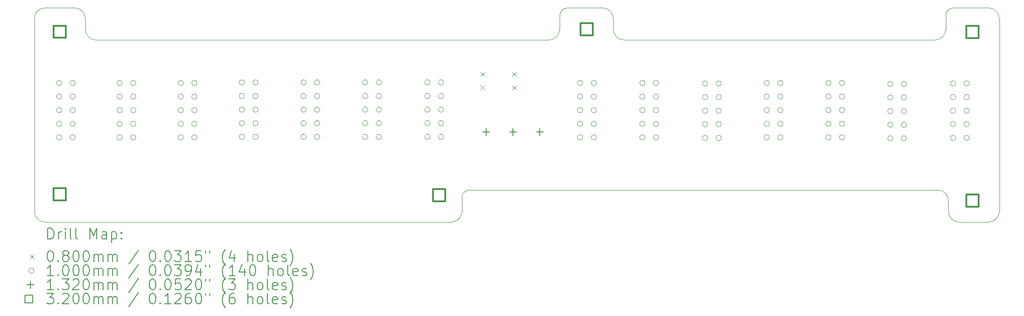
<source format=gbr>
%TF.GenerationSoftware,KiCad,Pcbnew,6.0.11+dfsg-1~bpo11+1*%
%TF.CreationDate,2023-04-21T11:36:44+08:00*%
%TF.ProjectId,EuroPowerBoard,4575726f-506f-4776-9572-426f6172642e,rev?*%
%TF.SameCoordinates,Original*%
%TF.FileFunction,Drillmap*%
%TF.FilePolarity,Positive*%
%FSLAX45Y45*%
G04 Gerber Fmt 4.5, Leading zero omitted, Abs format (unit mm)*
G04 Created by KiCad (PCBNEW 6.0.11+dfsg-1~bpo11+1) date 2023-04-21 11:36:44*
%MOMM*%
%LPD*%
G01*
G04 APERTURE LIST*
%ADD10C,0.100000*%
%ADD11C,0.200000*%
%ADD12C,0.080000*%
%ADD13C,0.132000*%
%ADD14C,0.320000*%
G04 APERTURE END LIST*
D10*
X13650000Y-4600000D02*
X14300000Y-4600000D01*
X4850000Y-5200000D02*
X13300000Y-5200000D01*
X3900000Y-4600000D02*
X4450000Y-4600000D01*
X4650000Y-5000000D02*
G75*
G03*
X4850000Y-5200000I200000J0D01*
G01*
X4650000Y-4800000D02*
X4650000Y-5000000D01*
X4650000Y-4800000D02*
G75*
G03*
X4450000Y-4600000I-200000J0D01*
G01*
X14500000Y-4800000D02*
X14500000Y-5000000D01*
X14500000Y-4800000D02*
G75*
G03*
X14300000Y-4600000I-200000J0D01*
G01*
X14500000Y-5000000D02*
G75*
G03*
X14700000Y-5200000I200000J0D01*
G01*
X20500000Y-5200000D02*
X14700000Y-5200000D01*
X20500000Y-5200000D02*
G75*
G03*
X20700000Y-5000000I0J200000D01*
G01*
X20850000Y-4600000D02*
G75*
G03*
X20700000Y-4750000I0J-150000D01*
G01*
X20700000Y-4750000D02*
X20700000Y-5000000D01*
X13300000Y-5200000D02*
G75*
G03*
X13500000Y-5000000I0J200000D01*
G01*
X13650000Y-4600000D02*
G75*
G03*
X13500000Y-4750000I0J-150000D01*
G01*
X13500000Y-4750000D02*
X13500000Y-5000000D01*
X21500000Y-8600000D02*
X20950000Y-8600000D01*
X20750000Y-8400000D02*
G75*
G03*
X20950000Y-8600000I200000J0D01*
G01*
X20750000Y-8200000D02*
G75*
G03*
X20550000Y-8000000I-200000J0D01*
G01*
X11475000Y-8600000D02*
G75*
G03*
X11675000Y-8400000I0J200000D01*
G01*
X11825000Y-8000000D02*
G75*
G03*
X11675000Y-8150000I0J-150000D01*
G01*
X20750000Y-8400000D02*
X20750000Y-8200000D01*
X11675000Y-8150000D02*
X11675000Y-8400000D01*
X11475000Y-8600000D02*
X11225000Y-8600000D01*
X20550000Y-8000000D02*
X11825000Y-8000000D01*
X21700000Y-4800000D02*
G75*
G03*
X21500000Y-4600000I-200000J0D01*
G01*
X21500000Y-8600000D02*
G75*
G03*
X21700000Y-8400000I0J200000D01*
G01*
X3700000Y-8400000D02*
G75*
G03*
X3900000Y-8600000I200000J0D01*
G01*
X3900000Y-4600000D02*
G75*
G03*
X3700000Y-4800000I0J-200000D01*
G01*
X3700000Y-8400000D02*
X3700000Y-4800000D01*
X11225000Y-8600000D02*
X3900000Y-8600000D01*
X21700000Y-4800000D02*
X21700000Y-8400000D01*
X20850000Y-4600000D02*
X21500000Y-4600000D01*
D11*
D12*
X12020500Y-5797045D02*
X12100500Y-5877045D01*
X12100500Y-5797045D02*
X12020500Y-5877045D01*
X12020500Y-6047045D02*
X12100500Y-6127045D01*
X12100500Y-6047045D02*
X12020500Y-6127045D01*
X12610500Y-5799489D02*
X12690500Y-5879489D01*
X12690500Y-5799489D02*
X12610500Y-5879489D01*
X12610500Y-6049489D02*
X12690500Y-6129489D01*
X12690500Y-6049489D02*
X12610500Y-6129489D01*
D10*
X4211250Y-6002000D02*
G75*
G03*
X4211250Y-6002000I-50000J0D01*
G01*
X4211250Y-6256000D02*
G75*
G03*
X4211250Y-6256000I-50000J0D01*
G01*
X4211250Y-6510000D02*
G75*
G03*
X4211250Y-6510000I-50000J0D01*
G01*
X4211250Y-6764000D02*
G75*
G03*
X4211250Y-6764000I-50000J0D01*
G01*
X4211250Y-7018000D02*
G75*
G03*
X4211250Y-7018000I-50000J0D01*
G01*
X4465250Y-6002000D02*
G75*
G03*
X4465250Y-6002000I-50000J0D01*
G01*
X4465250Y-6256000D02*
G75*
G03*
X4465250Y-6256000I-50000J0D01*
G01*
X4465250Y-6510000D02*
G75*
G03*
X4465250Y-6510000I-50000J0D01*
G01*
X4465250Y-6764000D02*
G75*
G03*
X4465250Y-6764000I-50000J0D01*
G01*
X4465250Y-7018000D02*
G75*
G03*
X4465250Y-7018000I-50000J0D01*
G01*
X5341250Y-6002000D02*
G75*
G03*
X5341250Y-6002000I-50000J0D01*
G01*
X5341250Y-6256000D02*
G75*
G03*
X5341250Y-6256000I-50000J0D01*
G01*
X5341250Y-6510000D02*
G75*
G03*
X5341250Y-6510000I-50000J0D01*
G01*
X5341250Y-6764000D02*
G75*
G03*
X5341250Y-6764000I-50000J0D01*
G01*
X5341250Y-7018000D02*
G75*
G03*
X5341250Y-7018000I-50000J0D01*
G01*
X5595250Y-6002000D02*
G75*
G03*
X5595250Y-6002000I-50000J0D01*
G01*
X5595250Y-6256000D02*
G75*
G03*
X5595250Y-6256000I-50000J0D01*
G01*
X5595250Y-6510000D02*
G75*
G03*
X5595250Y-6510000I-50000J0D01*
G01*
X5595250Y-6764000D02*
G75*
G03*
X5595250Y-6764000I-50000J0D01*
G01*
X5595250Y-7018000D02*
G75*
G03*
X5595250Y-7018000I-50000J0D01*
G01*
X6481250Y-6002000D02*
G75*
G03*
X6481250Y-6002000I-50000J0D01*
G01*
X6481250Y-6256000D02*
G75*
G03*
X6481250Y-6256000I-50000J0D01*
G01*
X6481250Y-6510000D02*
G75*
G03*
X6481250Y-6510000I-50000J0D01*
G01*
X6481250Y-6764000D02*
G75*
G03*
X6481250Y-6764000I-50000J0D01*
G01*
X6481250Y-7018000D02*
G75*
G03*
X6481250Y-7018000I-50000J0D01*
G01*
X6735250Y-6002000D02*
G75*
G03*
X6735250Y-6002000I-50000J0D01*
G01*
X6735250Y-6256000D02*
G75*
G03*
X6735250Y-6256000I-50000J0D01*
G01*
X6735250Y-6510000D02*
G75*
G03*
X6735250Y-6510000I-50000J0D01*
G01*
X6735250Y-6764000D02*
G75*
G03*
X6735250Y-6764000I-50000J0D01*
G01*
X6735250Y-7018000D02*
G75*
G03*
X6735250Y-7018000I-50000J0D01*
G01*
X7621250Y-5992000D02*
G75*
G03*
X7621250Y-5992000I-50000J0D01*
G01*
X7621250Y-6246000D02*
G75*
G03*
X7621250Y-6246000I-50000J0D01*
G01*
X7621250Y-6500000D02*
G75*
G03*
X7621250Y-6500000I-50000J0D01*
G01*
X7621250Y-6754000D02*
G75*
G03*
X7621250Y-6754000I-50000J0D01*
G01*
X7621250Y-7008000D02*
G75*
G03*
X7621250Y-7008000I-50000J0D01*
G01*
X7875250Y-5992000D02*
G75*
G03*
X7875250Y-5992000I-50000J0D01*
G01*
X7875250Y-6246000D02*
G75*
G03*
X7875250Y-6246000I-50000J0D01*
G01*
X7875250Y-6500000D02*
G75*
G03*
X7875250Y-6500000I-50000J0D01*
G01*
X7875250Y-6754000D02*
G75*
G03*
X7875250Y-6754000I-50000J0D01*
G01*
X7875250Y-7008000D02*
G75*
G03*
X7875250Y-7008000I-50000J0D01*
G01*
X8771250Y-5992000D02*
G75*
G03*
X8771250Y-5992000I-50000J0D01*
G01*
X8771250Y-6246000D02*
G75*
G03*
X8771250Y-6246000I-50000J0D01*
G01*
X8771250Y-6500000D02*
G75*
G03*
X8771250Y-6500000I-50000J0D01*
G01*
X8771250Y-6754000D02*
G75*
G03*
X8771250Y-6754000I-50000J0D01*
G01*
X8771250Y-7008000D02*
G75*
G03*
X8771250Y-7008000I-50000J0D01*
G01*
X9025250Y-5992000D02*
G75*
G03*
X9025250Y-5992000I-50000J0D01*
G01*
X9025250Y-6246000D02*
G75*
G03*
X9025250Y-6246000I-50000J0D01*
G01*
X9025250Y-6500000D02*
G75*
G03*
X9025250Y-6500000I-50000J0D01*
G01*
X9025250Y-6754000D02*
G75*
G03*
X9025250Y-6754000I-50000J0D01*
G01*
X9025250Y-7008000D02*
G75*
G03*
X9025250Y-7008000I-50000J0D01*
G01*
X9921250Y-5992000D02*
G75*
G03*
X9921250Y-5992000I-50000J0D01*
G01*
X9921250Y-6246000D02*
G75*
G03*
X9921250Y-6246000I-50000J0D01*
G01*
X9921250Y-6500000D02*
G75*
G03*
X9921250Y-6500000I-50000J0D01*
G01*
X9921250Y-6754000D02*
G75*
G03*
X9921250Y-6754000I-50000J0D01*
G01*
X9921250Y-7008000D02*
G75*
G03*
X9921250Y-7008000I-50000J0D01*
G01*
X10175250Y-5992000D02*
G75*
G03*
X10175250Y-5992000I-50000J0D01*
G01*
X10175250Y-6246000D02*
G75*
G03*
X10175250Y-6246000I-50000J0D01*
G01*
X10175250Y-6500000D02*
G75*
G03*
X10175250Y-6500000I-50000J0D01*
G01*
X10175250Y-6754000D02*
G75*
G03*
X10175250Y-6754000I-50000J0D01*
G01*
X10175250Y-7008000D02*
G75*
G03*
X10175250Y-7008000I-50000J0D01*
G01*
X11081250Y-5992000D02*
G75*
G03*
X11081250Y-5992000I-50000J0D01*
G01*
X11081250Y-6246000D02*
G75*
G03*
X11081250Y-6246000I-50000J0D01*
G01*
X11081250Y-6500000D02*
G75*
G03*
X11081250Y-6500000I-50000J0D01*
G01*
X11081250Y-6754000D02*
G75*
G03*
X11081250Y-6754000I-50000J0D01*
G01*
X11081250Y-7008000D02*
G75*
G03*
X11081250Y-7008000I-50000J0D01*
G01*
X11335250Y-5992000D02*
G75*
G03*
X11335250Y-5992000I-50000J0D01*
G01*
X11335250Y-6246000D02*
G75*
G03*
X11335250Y-6246000I-50000J0D01*
G01*
X11335250Y-6500000D02*
G75*
G03*
X11335250Y-6500000I-50000J0D01*
G01*
X11335250Y-6754000D02*
G75*
G03*
X11335250Y-6754000I-50000J0D01*
G01*
X11335250Y-7008000D02*
G75*
G03*
X11335250Y-7008000I-50000J0D01*
G01*
X13931250Y-6002000D02*
G75*
G03*
X13931250Y-6002000I-50000J0D01*
G01*
X13931250Y-6256000D02*
G75*
G03*
X13931250Y-6256000I-50000J0D01*
G01*
X13931250Y-6510000D02*
G75*
G03*
X13931250Y-6510000I-50000J0D01*
G01*
X13931250Y-6764000D02*
G75*
G03*
X13931250Y-6764000I-50000J0D01*
G01*
X13931250Y-7018000D02*
G75*
G03*
X13931250Y-7018000I-50000J0D01*
G01*
X14185250Y-6002000D02*
G75*
G03*
X14185250Y-6002000I-50000J0D01*
G01*
X14185250Y-6256000D02*
G75*
G03*
X14185250Y-6256000I-50000J0D01*
G01*
X14185250Y-6510000D02*
G75*
G03*
X14185250Y-6510000I-50000J0D01*
G01*
X14185250Y-6764000D02*
G75*
G03*
X14185250Y-6764000I-50000J0D01*
G01*
X14185250Y-7018000D02*
G75*
G03*
X14185250Y-7018000I-50000J0D01*
G01*
X15091250Y-6002000D02*
G75*
G03*
X15091250Y-6002000I-50000J0D01*
G01*
X15091250Y-6256000D02*
G75*
G03*
X15091250Y-6256000I-50000J0D01*
G01*
X15091250Y-6510000D02*
G75*
G03*
X15091250Y-6510000I-50000J0D01*
G01*
X15091250Y-6764000D02*
G75*
G03*
X15091250Y-6764000I-50000J0D01*
G01*
X15091250Y-7018000D02*
G75*
G03*
X15091250Y-7018000I-50000J0D01*
G01*
X15345250Y-6002000D02*
G75*
G03*
X15345250Y-6002000I-50000J0D01*
G01*
X15345250Y-6256000D02*
G75*
G03*
X15345250Y-6256000I-50000J0D01*
G01*
X15345250Y-6510000D02*
G75*
G03*
X15345250Y-6510000I-50000J0D01*
G01*
X15345250Y-6764000D02*
G75*
G03*
X15345250Y-6764000I-50000J0D01*
G01*
X15345250Y-7018000D02*
G75*
G03*
X15345250Y-7018000I-50000J0D01*
G01*
X16261250Y-6012000D02*
G75*
G03*
X16261250Y-6012000I-50000J0D01*
G01*
X16261250Y-6266000D02*
G75*
G03*
X16261250Y-6266000I-50000J0D01*
G01*
X16261250Y-6520000D02*
G75*
G03*
X16261250Y-6520000I-50000J0D01*
G01*
X16261250Y-6774000D02*
G75*
G03*
X16261250Y-6774000I-50000J0D01*
G01*
X16261250Y-7028000D02*
G75*
G03*
X16261250Y-7028000I-50000J0D01*
G01*
X16515250Y-6012000D02*
G75*
G03*
X16515250Y-6012000I-50000J0D01*
G01*
X16515250Y-6266000D02*
G75*
G03*
X16515250Y-6266000I-50000J0D01*
G01*
X16515250Y-6520000D02*
G75*
G03*
X16515250Y-6520000I-50000J0D01*
G01*
X16515250Y-6774000D02*
G75*
G03*
X16515250Y-6774000I-50000J0D01*
G01*
X16515250Y-7028000D02*
G75*
G03*
X16515250Y-7028000I-50000J0D01*
G01*
X17411250Y-6002000D02*
G75*
G03*
X17411250Y-6002000I-50000J0D01*
G01*
X17411250Y-6256000D02*
G75*
G03*
X17411250Y-6256000I-50000J0D01*
G01*
X17411250Y-6510000D02*
G75*
G03*
X17411250Y-6510000I-50000J0D01*
G01*
X17411250Y-6764000D02*
G75*
G03*
X17411250Y-6764000I-50000J0D01*
G01*
X17411250Y-7018000D02*
G75*
G03*
X17411250Y-7018000I-50000J0D01*
G01*
X17665250Y-6002000D02*
G75*
G03*
X17665250Y-6002000I-50000J0D01*
G01*
X17665250Y-6256000D02*
G75*
G03*
X17665250Y-6256000I-50000J0D01*
G01*
X17665250Y-6510000D02*
G75*
G03*
X17665250Y-6510000I-50000J0D01*
G01*
X17665250Y-6764000D02*
G75*
G03*
X17665250Y-6764000I-50000J0D01*
G01*
X17665250Y-7018000D02*
G75*
G03*
X17665250Y-7018000I-50000J0D01*
G01*
X18561250Y-6002000D02*
G75*
G03*
X18561250Y-6002000I-50000J0D01*
G01*
X18561250Y-6256000D02*
G75*
G03*
X18561250Y-6256000I-50000J0D01*
G01*
X18561250Y-6510000D02*
G75*
G03*
X18561250Y-6510000I-50000J0D01*
G01*
X18561250Y-6764000D02*
G75*
G03*
X18561250Y-6764000I-50000J0D01*
G01*
X18561250Y-7018000D02*
G75*
G03*
X18561250Y-7018000I-50000J0D01*
G01*
X18815250Y-6002000D02*
G75*
G03*
X18815250Y-6002000I-50000J0D01*
G01*
X18815250Y-6256000D02*
G75*
G03*
X18815250Y-6256000I-50000J0D01*
G01*
X18815250Y-6510000D02*
G75*
G03*
X18815250Y-6510000I-50000J0D01*
G01*
X18815250Y-6764000D02*
G75*
G03*
X18815250Y-6764000I-50000J0D01*
G01*
X18815250Y-7018000D02*
G75*
G03*
X18815250Y-7018000I-50000J0D01*
G01*
X19716500Y-6020000D02*
G75*
G03*
X19716500Y-6020000I-50000J0D01*
G01*
X19716500Y-6274000D02*
G75*
G03*
X19716500Y-6274000I-50000J0D01*
G01*
X19716500Y-6528000D02*
G75*
G03*
X19716500Y-6528000I-50000J0D01*
G01*
X19716500Y-6782000D02*
G75*
G03*
X19716500Y-6782000I-50000J0D01*
G01*
X19716500Y-7036000D02*
G75*
G03*
X19716500Y-7036000I-50000J0D01*
G01*
X19970500Y-6020000D02*
G75*
G03*
X19970500Y-6020000I-50000J0D01*
G01*
X19970500Y-6274000D02*
G75*
G03*
X19970500Y-6274000I-50000J0D01*
G01*
X19970500Y-6528000D02*
G75*
G03*
X19970500Y-6528000I-50000J0D01*
G01*
X19970500Y-6782000D02*
G75*
G03*
X19970500Y-6782000I-50000J0D01*
G01*
X19970500Y-7036000D02*
G75*
G03*
X19970500Y-7036000I-50000J0D01*
G01*
X20886500Y-6010000D02*
G75*
G03*
X20886500Y-6010000I-50000J0D01*
G01*
X20886500Y-6264000D02*
G75*
G03*
X20886500Y-6264000I-50000J0D01*
G01*
X20886500Y-6518000D02*
G75*
G03*
X20886500Y-6518000I-50000J0D01*
G01*
X20886500Y-6772000D02*
G75*
G03*
X20886500Y-6772000I-50000J0D01*
G01*
X20886500Y-7026000D02*
G75*
G03*
X20886500Y-7026000I-50000J0D01*
G01*
X21140500Y-6010000D02*
G75*
G03*
X21140500Y-6010000I-50000J0D01*
G01*
X21140500Y-6264000D02*
G75*
G03*
X21140500Y-6264000I-50000J0D01*
G01*
X21140500Y-6518000D02*
G75*
G03*
X21140500Y-6518000I-50000J0D01*
G01*
X21140500Y-6772000D02*
G75*
G03*
X21140500Y-6772000I-50000J0D01*
G01*
X21140500Y-7026000D02*
G75*
G03*
X21140500Y-7026000I-50000J0D01*
G01*
D13*
X12130000Y-6853000D02*
X12130000Y-6985000D01*
X12064000Y-6919000D02*
X12196000Y-6919000D01*
X12630000Y-6853000D02*
X12630000Y-6985000D01*
X12564000Y-6919000D02*
X12696000Y-6919000D01*
X13130000Y-6853000D02*
X13130000Y-6985000D01*
X13064000Y-6919000D02*
X13196000Y-6919000D01*
D14*
X4288138Y-5158138D02*
X4288138Y-4931862D01*
X4061862Y-4931862D01*
X4061862Y-5158138D01*
X4288138Y-5158138D01*
X4288138Y-8193138D02*
X4288138Y-7966862D01*
X4061862Y-7966862D01*
X4061862Y-8193138D01*
X4288138Y-8193138D01*
X11363138Y-8213138D02*
X11363138Y-7986862D01*
X11136862Y-7986862D01*
X11136862Y-8213138D01*
X11363138Y-8213138D01*
X14113138Y-5113138D02*
X14113138Y-4886862D01*
X13886862Y-4886862D01*
X13886862Y-5113138D01*
X14113138Y-5113138D01*
X21313138Y-5163138D02*
X21313138Y-4936862D01*
X21086862Y-4936862D01*
X21086862Y-5163138D01*
X21313138Y-5163138D01*
X21313138Y-8313138D02*
X21313138Y-8086862D01*
X21086862Y-8086862D01*
X21086862Y-8313138D01*
X21313138Y-8313138D01*
D11*
X3952619Y-8915476D02*
X3952619Y-8715476D01*
X4000238Y-8715476D01*
X4028809Y-8725000D01*
X4047857Y-8744048D01*
X4057381Y-8763095D01*
X4066905Y-8801190D01*
X4066905Y-8829762D01*
X4057381Y-8867857D01*
X4047857Y-8886905D01*
X4028809Y-8905952D01*
X4000238Y-8915476D01*
X3952619Y-8915476D01*
X4152619Y-8915476D02*
X4152619Y-8782143D01*
X4152619Y-8820238D02*
X4162143Y-8801190D01*
X4171667Y-8791667D01*
X4190714Y-8782143D01*
X4209762Y-8782143D01*
X4276429Y-8915476D02*
X4276429Y-8782143D01*
X4276429Y-8715476D02*
X4266905Y-8725000D01*
X4276429Y-8734524D01*
X4285952Y-8725000D01*
X4276429Y-8715476D01*
X4276429Y-8734524D01*
X4400238Y-8915476D02*
X4381190Y-8905952D01*
X4371667Y-8886905D01*
X4371667Y-8715476D01*
X4505000Y-8915476D02*
X4485952Y-8905952D01*
X4476429Y-8886905D01*
X4476429Y-8715476D01*
X4733571Y-8915476D02*
X4733571Y-8715476D01*
X4800238Y-8858333D01*
X4866905Y-8715476D01*
X4866905Y-8915476D01*
X5047857Y-8915476D02*
X5047857Y-8810714D01*
X5038333Y-8791667D01*
X5019286Y-8782143D01*
X4981190Y-8782143D01*
X4962143Y-8791667D01*
X5047857Y-8905952D02*
X5028810Y-8915476D01*
X4981190Y-8915476D01*
X4962143Y-8905952D01*
X4952619Y-8886905D01*
X4952619Y-8867857D01*
X4962143Y-8848810D01*
X4981190Y-8839286D01*
X5028810Y-8839286D01*
X5047857Y-8829762D01*
X5143095Y-8782143D02*
X5143095Y-8982143D01*
X5143095Y-8791667D02*
X5162143Y-8782143D01*
X5200238Y-8782143D01*
X5219286Y-8791667D01*
X5228810Y-8801190D01*
X5238333Y-8820238D01*
X5238333Y-8877381D01*
X5228810Y-8896429D01*
X5219286Y-8905952D01*
X5200238Y-8915476D01*
X5162143Y-8915476D01*
X5143095Y-8905952D01*
X5324048Y-8896429D02*
X5333571Y-8905952D01*
X5324048Y-8915476D01*
X5314524Y-8905952D01*
X5324048Y-8896429D01*
X5324048Y-8915476D01*
X5324048Y-8791667D02*
X5333571Y-8801190D01*
X5324048Y-8810714D01*
X5314524Y-8801190D01*
X5324048Y-8791667D01*
X5324048Y-8810714D01*
D12*
X3615000Y-9205000D02*
X3695000Y-9285000D01*
X3695000Y-9205000D02*
X3615000Y-9285000D01*
D11*
X3990714Y-9135476D02*
X4009762Y-9135476D01*
X4028809Y-9145000D01*
X4038333Y-9154524D01*
X4047857Y-9173571D01*
X4057381Y-9211667D01*
X4057381Y-9259286D01*
X4047857Y-9297381D01*
X4038333Y-9316429D01*
X4028809Y-9325952D01*
X4009762Y-9335476D01*
X3990714Y-9335476D01*
X3971667Y-9325952D01*
X3962143Y-9316429D01*
X3952619Y-9297381D01*
X3943095Y-9259286D01*
X3943095Y-9211667D01*
X3952619Y-9173571D01*
X3962143Y-9154524D01*
X3971667Y-9145000D01*
X3990714Y-9135476D01*
X4143095Y-9316429D02*
X4152619Y-9325952D01*
X4143095Y-9335476D01*
X4133571Y-9325952D01*
X4143095Y-9316429D01*
X4143095Y-9335476D01*
X4266905Y-9221190D02*
X4247857Y-9211667D01*
X4238333Y-9202143D01*
X4228810Y-9183095D01*
X4228810Y-9173571D01*
X4238333Y-9154524D01*
X4247857Y-9145000D01*
X4266905Y-9135476D01*
X4305000Y-9135476D01*
X4324048Y-9145000D01*
X4333571Y-9154524D01*
X4343095Y-9173571D01*
X4343095Y-9183095D01*
X4333571Y-9202143D01*
X4324048Y-9211667D01*
X4305000Y-9221190D01*
X4266905Y-9221190D01*
X4247857Y-9230714D01*
X4238333Y-9240238D01*
X4228810Y-9259286D01*
X4228810Y-9297381D01*
X4238333Y-9316429D01*
X4247857Y-9325952D01*
X4266905Y-9335476D01*
X4305000Y-9335476D01*
X4324048Y-9325952D01*
X4333571Y-9316429D01*
X4343095Y-9297381D01*
X4343095Y-9259286D01*
X4333571Y-9240238D01*
X4324048Y-9230714D01*
X4305000Y-9221190D01*
X4466905Y-9135476D02*
X4485952Y-9135476D01*
X4505000Y-9145000D01*
X4514524Y-9154524D01*
X4524048Y-9173571D01*
X4533571Y-9211667D01*
X4533571Y-9259286D01*
X4524048Y-9297381D01*
X4514524Y-9316429D01*
X4505000Y-9325952D01*
X4485952Y-9335476D01*
X4466905Y-9335476D01*
X4447857Y-9325952D01*
X4438333Y-9316429D01*
X4428810Y-9297381D01*
X4419286Y-9259286D01*
X4419286Y-9211667D01*
X4428810Y-9173571D01*
X4438333Y-9154524D01*
X4447857Y-9145000D01*
X4466905Y-9135476D01*
X4657381Y-9135476D02*
X4676429Y-9135476D01*
X4695476Y-9145000D01*
X4705000Y-9154524D01*
X4714524Y-9173571D01*
X4724048Y-9211667D01*
X4724048Y-9259286D01*
X4714524Y-9297381D01*
X4705000Y-9316429D01*
X4695476Y-9325952D01*
X4676429Y-9335476D01*
X4657381Y-9335476D01*
X4638333Y-9325952D01*
X4628810Y-9316429D01*
X4619286Y-9297381D01*
X4609762Y-9259286D01*
X4609762Y-9211667D01*
X4619286Y-9173571D01*
X4628810Y-9154524D01*
X4638333Y-9145000D01*
X4657381Y-9135476D01*
X4809762Y-9335476D02*
X4809762Y-9202143D01*
X4809762Y-9221190D02*
X4819286Y-9211667D01*
X4838333Y-9202143D01*
X4866905Y-9202143D01*
X4885952Y-9211667D01*
X4895476Y-9230714D01*
X4895476Y-9335476D01*
X4895476Y-9230714D02*
X4905000Y-9211667D01*
X4924048Y-9202143D01*
X4952619Y-9202143D01*
X4971667Y-9211667D01*
X4981190Y-9230714D01*
X4981190Y-9335476D01*
X5076429Y-9335476D02*
X5076429Y-9202143D01*
X5076429Y-9221190D02*
X5085952Y-9211667D01*
X5105000Y-9202143D01*
X5133571Y-9202143D01*
X5152619Y-9211667D01*
X5162143Y-9230714D01*
X5162143Y-9335476D01*
X5162143Y-9230714D02*
X5171667Y-9211667D01*
X5190714Y-9202143D01*
X5219286Y-9202143D01*
X5238333Y-9211667D01*
X5247857Y-9230714D01*
X5247857Y-9335476D01*
X5638333Y-9125952D02*
X5466905Y-9383095D01*
X5895476Y-9135476D02*
X5914524Y-9135476D01*
X5933571Y-9145000D01*
X5943095Y-9154524D01*
X5952619Y-9173571D01*
X5962143Y-9211667D01*
X5962143Y-9259286D01*
X5952619Y-9297381D01*
X5943095Y-9316429D01*
X5933571Y-9325952D01*
X5914524Y-9335476D01*
X5895476Y-9335476D01*
X5876428Y-9325952D01*
X5866905Y-9316429D01*
X5857381Y-9297381D01*
X5847857Y-9259286D01*
X5847857Y-9211667D01*
X5857381Y-9173571D01*
X5866905Y-9154524D01*
X5876428Y-9145000D01*
X5895476Y-9135476D01*
X6047857Y-9316429D02*
X6057381Y-9325952D01*
X6047857Y-9335476D01*
X6038333Y-9325952D01*
X6047857Y-9316429D01*
X6047857Y-9335476D01*
X6181190Y-9135476D02*
X6200238Y-9135476D01*
X6219286Y-9145000D01*
X6228809Y-9154524D01*
X6238333Y-9173571D01*
X6247857Y-9211667D01*
X6247857Y-9259286D01*
X6238333Y-9297381D01*
X6228809Y-9316429D01*
X6219286Y-9325952D01*
X6200238Y-9335476D01*
X6181190Y-9335476D01*
X6162143Y-9325952D01*
X6152619Y-9316429D01*
X6143095Y-9297381D01*
X6133571Y-9259286D01*
X6133571Y-9211667D01*
X6143095Y-9173571D01*
X6152619Y-9154524D01*
X6162143Y-9145000D01*
X6181190Y-9135476D01*
X6314524Y-9135476D02*
X6438333Y-9135476D01*
X6371667Y-9211667D01*
X6400238Y-9211667D01*
X6419286Y-9221190D01*
X6428809Y-9230714D01*
X6438333Y-9249762D01*
X6438333Y-9297381D01*
X6428809Y-9316429D01*
X6419286Y-9325952D01*
X6400238Y-9335476D01*
X6343095Y-9335476D01*
X6324048Y-9325952D01*
X6314524Y-9316429D01*
X6628809Y-9335476D02*
X6514524Y-9335476D01*
X6571667Y-9335476D02*
X6571667Y-9135476D01*
X6552619Y-9164048D01*
X6533571Y-9183095D01*
X6514524Y-9192619D01*
X6809762Y-9135476D02*
X6714524Y-9135476D01*
X6705000Y-9230714D01*
X6714524Y-9221190D01*
X6733571Y-9211667D01*
X6781190Y-9211667D01*
X6800238Y-9221190D01*
X6809762Y-9230714D01*
X6819286Y-9249762D01*
X6819286Y-9297381D01*
X6809762Y-9316429D01*
X6800238Y-9325952D01*
X6781190Y-9335476D01*
X6733571Y-9335476D01*
X6714524Y-9325952D01*
X6705000Y-9316429D01*
X6895476Y-9135476D02*
X6895476Y-9173571D01*
X6971667Y-9135476D02*
X6971667Y-9173571D01*
X7266905Y-9411667D02*
X7257381Y-9402143D01*
X7238333Y-9373571D01*
X7228809Y-9354524D01*
X7219286Y-9325952D01*
X7209762Y-9278333D01*
X7209762Y-9240238D01*
X7219286Y-9192619D01*
X7228809Y-9164048D01*
X7238333Y-9145000D01*
X7257381Y-9116429D01*
X7266905Y-9106905D01*
X7428809Y-9202143D02*
X7428809Y-9335476D01*
X7381190Y-9125952D02*
X7333571Y-9268810D01*
X7457381Y-9268810D01*
X7685952Y-9335476D02*
X7685952Y-9135476D01*
X7771667Y-9335476D02*
X7771667Y-9230714D01*
X7762143Y-9211667D01*
X7743095Y-9202143D01*
X7714524Y-9202143D01*
X7695476Y-9211667D01*
X7685952Y-9221190D01*
X7895476Y-9335476D02*
X7876428Y-9325952D01*
X7866905Y-9316429D01*
X7857381Y-9297381D01*
X7857381Y-9240238D01*
X7866905Y-9221190D01*
X7876428Y-9211667D01*
X7895476Y-9202143D01*
X7924048Y-9202143D01*
X7943095Y-9211667D01*
X7952619Y-9221190D01*
X7962143Y-9240238D01*
X7962143Y-9297381D01*
X7952619Y-9316429D01*
X7943095Y-9325952D01*
X7924048Y-9335476D01*
X7895476Y-9335476D01*
X8076428Y-9335476D02*
X8057381Y-9325952D01*
X8047857Y-9306905D01*
X8047857Y-9135476D01*
X8228809Y-9325952D02*
X8209762Y-9335476D01*
X8171667Y-9335476D01*
X8152619Y-9325952D01*
X8143095Y-9306905D01*
X8143095Y-9230714D01*
X8152619Y-9211667D01*
X8171667Y-9202143D01*
X8209762Y-9202143D01*
X8228809Y-9211667D01*
X8238333Y-9230714D01*
X8238333Y-9249762D01*
X8143095Y-9268810D01*
X8314524Y-9325952D02*
X8333571Y-9335476D01*
X8371667Y-9335476D01*
X8390714Y-9325952D01*
X8400238Y-9306905D01*
X8400238Y-9297381D01*
X8390714Y-9278333D01*
X8371667Y-9268810D01*
X8343095Y-9268810D01*
X8324048Y-9259286D01*
X8314524Y-9240238D01*
X8314524Y-9230714D01*
X8324048Y-9211667D01*
X8343095Y-9202143D01*
X8371667Y-9202143D01*
X8390714Y-9211667D01*
X8466905Y-9411667D02*
X8476429Y-9402143D01*
X8495476Y-9373571D01*
X8505000Y-9354524D01*
X8514524Y-9325952D01*
X8524048Y-9278333D01*
X8524048Y-9240238D01*
X8514524Y-9192619D01*
X8505000Y-9164048D01*
X8495476Y-9145000D01*
X8476429Y-9116429D01*
X8466905Y-9106905D01*
D10*
X3695000Y-9509000D02*
G75*
G03*
X3695000Y-9509000I-50000J0D01*
G01*
D11*
X4057381Y-9599476D02*
X3943095Y-9599476D01*
X4000238Y-9599476D02*
X4000238Y-9399476D01*
X3981190Y-9428048D01*
X3962143Y-9447095D01*
X3943095Y-9456619D01*
X4143095Y-9580429D02*
X4152619Y-9589952D01*
X4143095Y-9599476D01*
X4133571Y-9589952D01*
X4143095Y-9580429D01*
X4143095Y-9599476D01*
X4276429Y-9399476D02*
X4295476Y-9399476D01*
X4314524Y-9409000D01*
X4324048Y-9418524D01*
X4333571Y-9437571D01*
X4343095Y-9475667D01*
X4343095Y-9523286D01*
X4333571Y-9561381D01*
X4324048Y-9580429D01*
X4314524Y-9589952D01*
X4295476Y-9599476D01*
X4276429Y-9599476D01*
X4257381Y-9589952D01*
X4247857Y-9580429D01*
X4238333Y-9561381D01*
X4228810Y-9523286D01*
X4228810Y-9475667D01*
X4238333Y-9437571D01*
X4247857Y-9418524D01*
X4257381Y-9409000D01*
X4276429Y-9399476D01*
X4466905Y-9399476D02*
X4485952Y-9399476D01*
X4505000Y-9409000D01*
X4514524Y-9418524D01*
X4524048Y-9437571D01*
X4533571Y-9475667D01*
X4533571Y-9523286D01*
X4524048Y-9561381D01*
X4514524Y-9580429D01*
X4505000Y-9589952D01*
X4485952Y-9599476D01*
X4466905Y-9599476D01*
X4447857Y-9589952D01*
X4438333Y-9580429D01*
X4428810Y-9561381D01*
X4419286Y-9523286D01*
X4419286Y-9475667D01*
X4428810Y-9437571D01*
X4438333Y-9418524D01*
X4447857Y-9409000D01*
X4466905Y-9399476D01*
X4657381Y-9399476D02*
X4676429Y-9399476D01*
X4695476Y-9409000D01*
X4705000Y-9418524D01*
X4714524Y-9437571D01*
X4724048Y-9475667D01*
X4724048Y-9523286D01*
X4714524Y-9561381D01*
X4705000Y-9580429D01*
X4695476Y-9589952D01*
X4676429Y-9599476D01*
X4657381Y-9599476D01*
X4638333Y-9589952D01*
X4628810Y-9580429D01*
X4619286Y-9561381D01*
X4609762Y-9523286D01*
X4609762Y-9475667D01*
X4619286Y-9437571D01*
X4628810Y-9418524D01*
X4638333Y-9409000D01*
X4657381Y-9399476D01*
X4809762Y-9599476D02*
X4809762Y-9466143D01*
X4809762Y-9485190D02*
X4819286Y-9475667D01*
X4838333Y-9466143D01*
X4866905Y-9466143D01*
X4885952Y-9475667D01*
X4895476Y-9494714D01*
X4895476Y-9599476D01*
X4895476Y-9494714D02*
X4905000Y-9475667D01*
X4924048Y-9466143D01*
X4952619Y-9466143D01*
X4971667Y-9475667D01*
X4981190Y-9494714D01*
X4981190Y-9599476D01*
X5076429Y-9599476D02*
X5076429Y-9466143D01*
X5076429Y-9485190D02*
X5085952Y-9475667D01*
X5105000Y-9466143D01*
X5133571Y-9466143D01*
X5152619Y-9475667D01*
X5162143Y-9494714D01*
X5162143Y-9599476D01*
X5162143Y-9494714D02*
X5171667Y-9475667D01*
X5190714Y-9466143D01*
X5219286Y-9466143D01*
X5238333Y-9475667D01*
X5247857Y-9494714D01*
X5247857Y-9599476D01*
X5638333Y-9389952D02*
X5466905Y-9647095D01*
X5895476Y-9399476D02*
X5914524Y-9399476D01*
X5933571Y-9409000D01*
X5943095Y-9418524D01*
X5952619Y-9437571D01*
X5962143Y-9475667D01*
X5962143Y-9523286D01*
X5952619Y-9561381D01*
X5943095Y-9580429D01*
X5933571Y-9589952D01*
X5914524Y-9599476D01*
X5895476Y-9599476D01*
X5876428Y-9589952D01*
X5866905Y-9580429D01*
X5857381Y-9561381D01*
X5847857Y-9523286D01*
X5847857Y-9475667D01*
X5857381Y-9437571D01*
X5866905Y-9418524D01*
X5876428Y-9409000D01*
X5895476Y-9399476D01*
X6047857Y-9580429D02*
X6057381Y-9589952D01*
X6047857Y-9599476D01*
X6038333Y-9589952D01*
X6047857Y-9580429D01*
X6047857Y-9599476D01*
X6181190Y-9399476D02*
X6200238Y-9399476D01*
X6219286Y-9409000D01*
X6228809Y-9418524D01*
X6238333Y-9437571D01*
X6247857Y-9475667D01*
X6247857Y-9523286D01*
X6238333Y-9561381D01*
X6228809Y-9580429D01*
X6219286Y-9589952D01*
X6200238Y-9599476D01*
X6181190Y-9599476D01*
X6162143Y-9589952D01*
X6152619Y-9580429D01*
X6143095Y-9561381D01*
X6133571Y-9523286D01*
X6133571Y-9475667D01*
X6143095Y-9437571D01*
X6152619Y-9418524D01*
X6162143Y-9409000D01*
X6181190Y-9399476D01*
X6314524Y-9399476D02*
X6438333Y-9399476D01*
X6371667Y-9475667D01*
X6400238Y-9475667D01*
X6419286Y-9485190D01*
X6428809Y-9494714D01*
X6438333Y-9513762D01*
X6438333Y-9561381D01*
X6428809Y-9580429D01*
X6419286Y-9589952D01*
X6400238Y-9599476D01*
X6343095Y-9599476D01*
X6324048Y-9589952D01*
X6314524Y-9580429D01*
X6533571Y-9599476D02*
X6571667Y-9599476D01*
X6590714Y-9589952D01*
X6600238Y-9580429D01*
X6619286Y-9551857D01*
X6628809Y-9513762D01*
X6628809Y-9437571D01*
X6619286Y-9418524D01*
X6609762Y-9409000D01*
X6590714Y-9399476D01*
X6552619Y-9399476D01*
X6533571Y-9409000D01*
X6524048Y-9418524D01*
X6514524Y-9437571D01*
X6514524Y-9485190D01*
X6524048Y-9504238D01*
X6533571Y-9513762D01*
X6552619Y-9523286D01*
X6590714Y-9523286D01*
X6609762Y-9513762D01*
X6619286Y-9504238D01*
X6628809Y-9485190D01*
X6800238Y-9466143D02*
X6800238Y-9599476D01*
X6752619Y-9389952D02*
X6705000Y-9532810D01*
X6828809Y-9532810D01*
X6895476Y-9399476D02*
X6895476Y-9437571D01*
X6971667Y-9399476D02*
X6971667Y-9437571D01*
X7266905Y-9675667D02*
X7257381Y-9666143D01*
X7238333Y-9637571D01*
X7228809Y-9618524D01*
X7219286Y-9589952D01*
X7209762Y-9542333D01*
X7209762Y-9504238D01*
X7219286Y-9456619D01*
X7228809Y-9428048D01*
X7238333Y-9409000D01*
X7257381Y-9380429D01*
X7266905Y-9370905D01*
X7447857Y-9599476D02*
X7333571Y-9599476D01*
X7390714Y-9599476D02*
X7390714Y-9399476D01*
X7371667Y-9428048D01*
X7352619Y-9447095D01*
X7333571Y-9456619D01*
X7619286Y-9466143D02*
X7619286Y-9599476D01*
X7571667Y-9389952D02*
X7524048Y-9532810D01*
X7647857Y-9532810D01*
X7762143Y-9399476D02*
X7781190Y-9399476D01*
X7800238Y-9409000D01*
X7809762Y-9418524D01*
X7819286Y-9437571D01*
X7828809Y-9475667D01*
X7828809Y-9523286D01*
X7819286Y-9561381D01*
X7809762Y-9580429D01*
X7800238Y-9589952D01*
X7781190Y-9599476D01*
X7762143Y-9599476D01*
X7743095Y-9589952D01*
X7733571Y-9580429D01*
X7724048Y-9561381D01*
X7714524Y-9523286D01*
X7714524Y-9475667D01*
X7724048Y-9437571D01*
X7733571Y-9418524D01*
X7743095Y-9409000D01*
X7762143Y-9399476D01*
X8066905Y-9599476D02*
X8066905Y-9399476D01*
X8152619Y-9599476D02*
X8152619Y-9494714D01*
X8143095Y-9475667D01*
X8124048Y-9466143D01*
X8095476Y-9466143D01*
X8076428Y-9475667D01*
X8066905Y-9485190D01*
X8276428Y-9599476D02*
X8257381Y-9589952D01*
X8247857Y-9580429D01*
X8238333Y-9561381D01*
X8238333Y-9504238D01*
X8247857Y-9485190D01*
X8257381Y-9475667D01*
X8276428Y-9466143D01*
X8305000Y-9466143D01*
X8324048Y-9475667D01*
X8333571Y-9485190D01*
X8343095Y-9504238D01*
X8343095Y-9561381D01*
X8333571Y-9580429D01*
X8324048Y-9589952D01*
X8305000Y-9599476D01*
X8276428Y-9599476D01*
X8457381Y-9599476D02*
X8438333Y-9589952D01*
X8428810Y-9570905D01*
X8428810Y-9399476D01*
X8609762Y-9589952D02*
X8590714Y-9599476D01*
X8552619Y-9599476D01*
X8533571Y-9589952D01*
X8524048Y-9570905D01*
X8524048Y-9494714D01*
X8533571Y-9475667D01*
X8552619Y-9466143D01*
X8590714Y-9466143D01*
X8609762Y-9475667D01*
X8619286Y-9494714D01*
X8619286Y-9513762D01*
X8524048Y-9532810D01*
X8695476Y-9589952D02*
X8714524Y-9599476D01*
X8752619Y-9599476D01*
X8771667Y-9589952D01*
X8781190Y-9570905D01*
X8781190Y-9561381D01*
X8771667Y-9542333D01*
X8752619Y-9532810D01*
X8724048Y-9532810D01*
X8705000Y-9523286D01*
X8695476Y-9504238D01*
X8695476Y-9494714D01*
X8705000Y-9475667D01*
X8724048Y-9466143D01*
X8752619Y-9466143D01*
X8771667Y-9475667D01*
X8847857Y-9675667D02*
X8857381Y-9666143D01*
X8876429Y-9637571D01*
X8885952Y-9618524D01*
X8895476Y-9589952D01*
X8905000Y-9542333D01*
X8905000Y-9504238D01*
X8895476Y-9456619D01*
X8885952Y-9428048D01*
X8876429Y-9409000D01*
X8857381Y-9380429D01*
X8847857Y-9370905D01*
D13*
X3629000Y-9707000D02*
X3629000Y-9839000D01*
X3563000Y-9773000D02*
X3695000Y-9773000D01*
D11*
X4057381Y-9863476D02*
X3943095Y-9863476D01*
X4000238Y-9863476D02*
X4000238Y-9663476D01*
X3981190Y-9692048D01*
X3962143Y-9711095D01*
X3943095Y-9720619D01*
X4143095Y-9844429D02*
X4152619Y-9853952D01*
X4143095Y-9863476D01*
X4133571Y-9853952D01*
X4143095Y-9844429D01*
X4143095Y-9863476D01*
X4219286Y-9663476D02*
X4343095Y-9663476D01*
X4276429Y-9739667D01*
X4305000Y-9739667D01*
X4324048Y-9749190D01*
X4333571Y-9758714D01*
X4343095Y-9777762D01*
X4343095Y-9825381D01*
X4333571Y-9844429D01*
X4324048Y-9853952D01*
X4305000Y-9863476D01*
X4247857Y-9863476D01*
X4228810Y-9853952D01*
X4219286Y-9844429D01*
X4419286Y-9682524D02*
X4428810Y-9673000D01*
X4447857Y-9663476D01*
X4495476Y-9663476D01*
X4514524Y-9673000D01*
X4524048Y-9682524D01*
X4533571Y-9701571D01*
X4533571Y-9720619D01*
X4524048Y-9749190D01*
X4409762Y-9863476D01*
X4533571Y-9863476D01*
X4657381Y-9663476D02*
X4676429Y-9663476D01*
X4695476Y-9673000D01*
X4705000Y-9682524D01*
X4714524Y-9701571D01*
X4724048Y-9739667D01*
X4724048Y-9787286D01*
X4714524Y-9825381D01*
X4705000Y-9844429D01*
X4695476Y-9853952D01*
X4676429Y-9863476D01*
X4657381Y-9863476D01*
X4638333Y-9853952D01*
X4628810Y-9844429D01*
X4619286Y-9825381D01*
X4609762Y-9787286D01*
X4609762Y-9739667D01*
X4619286Y-9701571D01*
X4628810Y-9682524D01*
X4638333Y-9673000D01*
X4657381Y-9663476D01*
X4809762Y-9863476D02*
X4809762Y-9730143D01*
X4809762Y-9749190D02*
X4819286Y-9739667D01*
X4838333Y-9730143D01*
X4866905Y-9730143D01*
X4885952Y-9739667D01*
X4895476Y-9758714D01*
X4895476Y-9863476D01*
X4895476Y-9758714D02*
X4905000Y-9739667D01*
X4924048Y-9730143D01*
X4952619Y-9730143D01*
X4971667Y-9739667D01*
X4981190Y-9758714D01*
X4981190Y-9863476D01*
X5076429Y-9863476D02*
X5076429Y-9730143D01*
X5076429Y-9749190D02*
X5085952Y-9739667D01*
X5105000Y-9730143D01*
X5133571Y-9730143D01*
X5152619Y-9739667D01*
X5162143Y-9758714D01*
X5162143Y-9863476D01*
X5162143Y-9758714D02*
X5171667Y-9739667D01*
X5190714Y-9730143D01*
X5219286Y-9730143D01*
X5238333Y-9739667D01*
X5247857Y-9758714D01*
X5247857Y-9863476D01*
X5638333Y-9653952D02*
X5466905Y-9911095D01*
X5895476Y-9663476D02*
X5914524Y-9663476D01*
X5933571Y-9673000D01*
X5943095Y-9682524D01*
X5952619Y-9701571D01*
X5962143Y-9739667D01*
X5962143Y-9787286D01*
X5952619Y-9825381D01*
X5943095Y-9844429D01*
X5933571Y-9853952D01*
X5914524Y-9863476D01*
X5895476Y-9863476D01*
X5876428Y-9853952D01*
X5866905Y-9844429D01*
X5857381Y-9825381D01*
X5847857Y-9787286D01*
X5847857Y-9739667D01*
X5857381Y-9701571D01*
X5866905Y-9682524D01*
X5876428Y-9673000D01*
X5895476Y-9663476D01*
X6047857Y-9844429D02*
X6057381Y-9853952D01*
X6047857Y-9863476D01*
X6038333Y-9853952D01*
X6047857Y-9844429D01*
X6047857Y-9863476D01*
X6181190Y-9663476D02*
X6200238Y-9663476D01*
X6219286Y-9673000D01*
X6228809Y-9682524D01*
X6238333Y-9701571D01*
X6247857Y-9739667D01*
X6247857Y-9787286D01*
X6238333Y-9825381D01*
X6228809Y-9844429D01*
X6219286Y-9853952D01*
X6200238Y-9863476D01*
X6181190Y-9863476D01*
X6162143Y-9853952D01*
X6152619Y-9844429D01*
X6143095Y-9825381D01*
X6133571Y-9787286D01*
X6133571Y-9739667D01*
X6143095Y-9701571D01*
X6152619Y-9682524D01*
X6162143Y-9673000D01*
X6181190Y-9663476D01*
X6428809Y-9663476D02*
X6333571Y-9663476D01*
X6324048Y-9758714D01*
X6333571Y-9749190D01*
X6352619Y-9739667D01*
X6400238Y-9739667D01*
X6419286Y-9749190D01*
X6428809Y-9758714D01*
X6438333Y-9777762D01*
X6438333Y-9825381D01*
X6428809Y-9844429D01*
X6419286Y-9853952D01*
X6400238Y-9863476D01*
X6352619Y-9863476D01*
X6333571Y-9853952D01*
X6324048Y-9844429D01*
X6514524Y-9682524D02*
X6524048Y-9673000D01*
X6543095Y-9663476D01*
X6590714Y-9663476D01*
X6609762Y-9673000D01*
X6619286Y-9682524D01*
X6628809Y-9701571D01*
X6628809Y-9720619D01*
X6619286Y-9749190D01*
X6505000Y-9863476D01*
X6628809Y-9863476D01*
X6752619Y-9663476D02*
X6771667Y-9663476D01*
X6790714Y-9673000D01*
X6800238Y-9682524D01*
X6809762Y-9701571D01*
X6819286Y-9739667D01*
X6819286Y-9787286D01*
X6809762Y-9825381D01*
X6800238Y-9844429D01*
X6790714Y-9853952D01*
X6771667Y-9863476D01*
X6752619Y-9863476D01*
X6733571Y-9853952D01*
X6724048Y-9844429D01*
X6714524Y-9825381D01*
X6705000Y-9787286D01*
X6705000Y-9739667D01*
X6714524Y-9701571D01*
X6724048Y-9682524D01*
X6733571Y-9673000D01*
X6752619Y-9663476D01*
X6895476Y-9663476D02*
X6895476Y-9701571D01*
X6971667Y-9663476D02*
X6971667Y-9701571D01*
X7266905Y-9939667D02*
X7257381Y-9930143D01*
X7238333Y-9901571D01*
X7228809Y-9882524D01*
X7219286Y-9853952D01*
X7209762Y-9806333D01*
X7209762Y-9768238D01*
X7219286Y-9720619D01*
X7228809Y-9692048D01*
X7238333Y-9673000D01*
X7257381Y-9644429D01*
X7266905Y-9634905D01*
X7324048Y-9663476D02*
X7447857Y-9663476D01*
X7381190Y-9739667D01*
X7409762Y-9739667D01*
X7428809Y-9749190D01*
X7438333Y-9758714D01*
X7447857Y-9777762D01*
X7447857Y-9825381D01*
X7438333Y-9844429D01*
X7428809Y-9853952D01*
X7409762Y-9863476D01*
X7352619Y-9863476D01*
X7333571Y-9853952D01*
X7324048Y-9844429D01*
X7685952Y-9863476D02*
X7685952Y-9663476D01*
X7771667Y-9863476D02*
X7771667Y-9758714D01*
X7762143Y-9739667D01*
X7743095Y-9730143D01*
X7714524Y-9730143D01*
X7695476Y-9739667D01*
X7685952Y-9749190D01*
X7895476Y-9863476D02*
X7876428Y-9853952D01*
X7866905Y-9844429D01*
X7857381Y-9825381D01*
X7857381Y-9768238D01*
X7866905Y-9749190D01*
X7876428Y-9739667D01*
X7895476Y-9730143D01*
X7924048Y-9730143D01*
X7943095Y-9739667D01*
X7952619Y-9749190D01*
X7962143Y-9768238D01*
X7962143Y-9825381D01*
X7952619Y-9844429D01*
X7943095Y-9853952D01*
X7924048Y-9863476D01*
X7895476Y-9863476D01*
X8076428Y-9863476D02*
X8057381Y-9853952D01*
X8047857Y-9834905D01*
X8047857Y-9663476D01*
X8228809Y-9853952D02*
X8209762Y-9863476D01*
X8171667Y-9863476D01*
X8152619Y-9853952D01*
X8143095Y-9834905D01*
X8143095Y-9758714D01*
X8152619Y-9739667D01*
X8171667Y-9730143D01*
X8209762Y-9730143D01*
X8228809Y-9739667D01*
X8238333Y-9758714D01*
X8238333Y-9777762D01*
X8143095Y-9796810D01*
X8314524Y-9853952D02*
X8333571Y-9863476D01*
X8371667Y-9863476D01*
X8390714Y-9853952D01*
X8400238Y-9834905D01*
X8400238Y-9825381D01*
X8390714Y-9806333D01*
X8371667Y-9796810D01*
X8343095Y-9796810D01*
X8324048Y-9787286D01*
X8314524Y-9768238D01*
X8314524Y-9758714D01*
X8324048Y-9739667D01*
X8343095Y-9730143D01*
X8371667Y-9730143D01*
X8390714Y-9739667D01*
X8466905Y-9939667D02*
X8476429Y-9930143D01*
X8495476Y-9901571D01*
X8505000Y-9882524D01*
X8514524Y-9853952D01*
X8524048Y-9806333D01*
X8524048Y-9768238D01*
X8514524Y-9720619D01*
X8505000Y-9692048D01*
X8495476Y-9673000D01*
X8476429Y-9644429D01*
X8466905Y-9634905D01*
X3665711Y-10107711D02*
X3665711Y-9966289D01*
X3524289Y-9966289D01*
X3524289Y-10107711D01*
X3665711Y-10107711D01*
X3933571Y-9927476D02*
X4057381Y-9927476D01*
X3990714Y-10003667D01*
X4019286Y-10003667D01*
X4038333Y-10013190D01*
X4047857Y-10022714D01*
X4057381Y-10041762D01*
X4057381Y-10089381D01*
X4047857Y-10108429D01*
X4038333Y-10117952D01*
X4019286Y-10127476D01*
X3962143Y-10127476D01*
X3943095Y-10117952D01*
X3933571Y-10108429D01*
X4143095Y-10108429D02*
X4152619Y-10117952D01*
X4143095Y-10127476D01*
X4133571Y-10117952D01*
X4143095Y-10108429D01*
X4143095Y-10127476D01*
X4228810Y-9946524D02*
X4238333Y-9937000D01*
X4257381Y-9927476D01*
X4305000Y-9927476D01*
X4324048Y-9937000D01*
X4333571Y-9946524D01*
X4343095Y-9965571D01*
X4343095Y-9984619D01*
X4333571Y-10013190D01*
X4219286Y-10127476D01*
X4343095Y-10127476D01*
X4466905Y-9927476D02*
X4485952Y-9927476D01*
X4505000Y-9937000D01*
X4514524Y-9946524D01*
X4524048Y-9965571D01*
X4533571Y-10003667D01*
X4533571Y-10051286D01*
X4524048Y-10089381D01*
X4514524Y-10108429D01*
X4505000Y-10117952D01*
X4485952Y-10127476D01*
X4466905Y-10127476D01*
X4447857Y-10117952D01*
X4438333Y-10108429D01*
X4428810Y-10089381D01*
X4419286Y-10051286D01*
X4419286Y-10003667D01*
X4428810Y-9965571D01*
X4438333Y-9946524D01*
X4447857Y-9937000D01*
X4466905Y-9927476D01*
X4657381Y-9927476D02*
X4676429Y-9927476D01*
X4695476Y-9937000D01*
X4705000Y-9946524D01*
X4714524Y-9965571D01*
X4724048Y-10003667D01*
X4724048Y-10051286D01*
X4714524Y-10089381D01*
X4705000Y-10108429D01*
X4695476Y-10117952D01*
X4676429Y-10127476D01*
X4657381Y-10127476D01*
X4638333Y-10117952D01*
X4628810Y-10108429D01*
X4619286Y-10089381D01*
X4609762Y-10051286D01*
X4609762Y-10003667D01*
X4619286Y-9965571D01*
X4628810Y-9946524D01*
X4638333Y-9937000D01*
X4657381Y-9927476D01*
X4809762Y-10127476D02*
X4809762Y-9994143D01*
X4809762Y-10013190D02*
X4819286Y-10003667D01*
X4838333Y-9994143D01*
X4866905Y-9994143D01*
X4885952Y-10003667D01*
X4895476Y-10022714D01*
X4895476Y-10127476D01*
X4895476Y-10022714D02*
X4905000Y-10003667D01*
X4924048Y-9994143D01*
X4952619Y-9994143D01*
X4971667Y-10003667D01*
X4981190Y-10022714D01*
X4981190Y-10127476D01*
X5076429Y-10127476D02*
X5076429Y-9994143D01*
X5076429Y-10013190D02*
X5085952Y-10003667D01*
X5105000Y-9994143D01*
X5133571Y-9994143D01*
X5152619Y-10003667D01*
X5162143Y-10022714D01*
X5162143Y-10127476D01*
X5162143Y-10022714D02*
X5171667Y-10003667D01*
X5190714Y-9994143D01*
X5219286Y-9994143D01*
X5238333Y-10003667D01*
X5247857Y-10022714D01*
X5247857Y-10127476D01*
X5638333Y-9917952D02*
X5466905Y-10175095D01*
X5895476Y-9927476D02*
X5914524Y-9927476D01*
X5933571Y-9937000D01*
X5943095Y-9946524D01*
X5952619Y-9965571D01*
X5962143Y-10003667D01*
X5962143Y-10051286D01*
X5952619Y-10089381D01*
X5943095Y-10108429D01*
X5933571Y-10117952D01*
X5914524Y-10127476D01*
X5895476Y-10127476D01*
X5876428Y-10117952D01*
X5866905Y-10108429D01*
X5857381Y-10089381D01*
X5847857Y-10051286D01*
X5847857Y-10003667D01*
X5857381Y-9965571D01*
X5866905Y-9946524D01*
X5876428Y-9937000D01*
X5895476Y-9927476D01*
X6047857Y-10108429D02*
X6057381Y-10117952D01*
X6047857Y-10127476D01*
X6038333Y-10117952D01*
X6047857Y-10108429D01*
X6047857Y-10127476D01*
X6247857Y-10127476D02*
X6133571Y-10127476D01*
X6190714Y-10127476D02*
X6190714Y-9927476D01*
X6171667Y-9956048D01*
X6152619Y-9975095D01*
X6133571Y-9984619D01*
X6324048Y-9946524D02*
X6333571Y-9937000D01*
X6352619Y-9927476D01*
X6400238Y-9927476D01*
X6419286Y-9937000D01*
X6428809Y-9946524D01*
X6438333Y-9965571D01*
X6438333Y-9984619D01*
X6428809Y-10013190D01*
X6314524Y-10127476D01*
X6438333Y-10127476D01*
X6609762Y-9927476D02*
X6571667Y-9927476D01*
X6552619Y-9937000D01*
X6543095Y-9946524D01*
X6524048Y-9975095D01*
X6514524Y-10013190D01*
X6514524Y-10089381D01*
X6524048Y-10108429D01*
X6533571Y-10117952D01*
X6552619Y-10127476D01*
X6590714Y-10127476D01*
X6609762Y-10117952D01*
X6619286Y-10108429D01*
X6628809Y-10089381D01*
X6628809Y-10041762D01*
X6619286Y-10022714D01*
X6609762Y-10013190D01*
X6590714Y-10003667D01*
X6552619Y-10003667D01*
X6533571Y-10013190D01*
X6524048Y-10022714D01*
X6514524Y-10041762D01*
X6752619Y-9927476D02*
X6771667Y-9927476D01*
X6790714Y-9937000D01*
X6800238Y-9946524D01*
X6809762Y-9965571D01*
X6819286Y-10003667D01*
X6819286Y-10051286D01*
X6809762Y-10089381D01*
X6800238Y-10108429D01*
X6790714Y-10117952D01*
X6771667Y-10127476D01*
X6752619Y-10127476D01*
X6733571Y-10117952D01*
X6724048Y-10108429D01*
X6714524Y-10089381D01*
X6705000Y-10051286D01*
X6705000Y-10003667D01*
X6714524Y-9965571D01*
X6724048Y-9946524D01*
X6733571Y-9937000D01*
X6752619Y-9927476D01*
X6895476Y-9927476D02*
X6895476Y-9965571D01*
X6971667Y-9927476D02*
X6971667Y-9965571D01*
X7266905Y-10203667D02*
X7257381Y-10194143D01*
X7238333Y-10165571D01*
X7228809Y-10146524D01*
X7219286Y-10117952D01*
X7209762Y-10070333D01*
X7209762Y-10032238D01*
X7219286Y-9984619D01*
X7228809Y-9956048D01*
X7238333Y-9937000D01*
X7257381Y-9908429D01*
X7266905Y-9898905D01*
X7428809Y-9927476D02*
X7390714Y-9927476D01*
X7371667Y-9937000D01*
X7362143Y-9946524D01*
X7343095Y-9975095D01*
X7333571Y-10013190D01*
X7333571Y-10089381D01*
X7343095Y-10108429D01*
X7352619Y-10117952D01*
X7371667Y-10127476D01*
X7409762Y-10127476D01*
X7428809Y-10117952D01*
X7438333Y-10108429D01*
X7447857Y-10089381D01*
X7447857Y-10041762D01*
X7438333Y-10022714D01*
X7428809Y-10013190D01*
X7409762Y-10003667D01*
X7371667Y-10003667D01*
X7352619Y-10013190D01*
X7343095Y-10022714D01*
X7333571Y-10041762D01*
X7685952Y-10127476D02*
X7685952Y-9927476D01*
X7771667Y-10127476D02*
X7771667Y-10022714D01*
X7762143Y-10003667D01*
X7743095Y-9994143D01*
X7714524Y-9994143D01*
X7695476Y-10003667D01*
X7685952Y-10013190D01*
X7895476Y-10127476D02*
X7876428Y-10117952D01*
X7866905Y-10108429D01*
X7857381Y-10089381D01*
X7857381Y-10032238D01*
X7866905Y-10013190D01*
X7876428Y-10003667D01*
X7895476Y-9994143D01*
X7924048Y-9994143D01*
X7943095Y-10003667D01*
X7952619Y-10013190D01*
X7962143Y-10032238D01*
X7962143Y-10089381D01*
X7952619Y-10108429D01*
X7943095Y-10117952D01*
X7924048Y-10127476D01*
X7895476Y-10127476D01*
X8076428Y-10127476D02*
X8057381Y-10117952D01*
X8047857Y-10098905D01*
X8047857Y-9927476D01*
X8228809Y-10117952D02*
X8209762Y-10127476D01*
X8171667Y-10127476D01*
X8152619Y-10117952D01*
X8143095Y-10098905D01*
X8143095Y-10022714D01*
X8152619Y-10003667D01*
X8171667Y-9994143D01*
X8209762Y-9994143D01*
X8228809Y-10003667D01*
X8238333Y-10022714D01*
X8238333Y-10041762D01*
X8143095Y-10060810D01*
X8314524Y-10117952D02*
X8333571Y-10127476D01*
X8371667Y-10127476D01*
X8390714Y-10117952D01*
X8400238Y-10098905D01*
X8400238Y-10089381D01*
X8390714Y-10070333D01*
X8371667Y-10060810D01*
X8343095Y-10060810D01*
X8324048Y-10051286D01*
X8314524Y-10032238D01*
X8314524Y-10022714D01*
X8324048Y-10003667D01*
X8343095Y-9994143D01*
X8371667Y-9994143D01*
X8390714Y-10003667D01*
X8466905Y-10203667D02*
X8476429Y-10194143D01*
X8495476Y-10165571D01*
X8505000Y-10146524D01*
X8514524Y-10117952D01*
X8524048Y-10070333D01*
X8524048Y-10032238D01*
X8514524Y-9984619D01*
X8505000Y-9956048D01*
X8495476Y-9937000D01*
X8476429Y-9908429D01*
X8466905Y-9898905D01*
M02*

</source>
